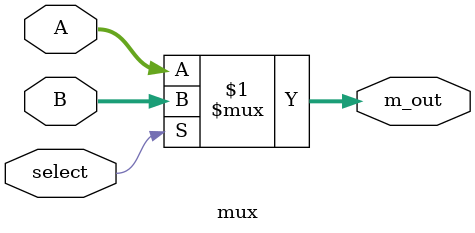
<source format=v>
module mux(m_out,A,B,select);  
output [31:0] m_out;  input [31:0] A,B;  input  select; 
 
 assign m_out = (select)? B:A; 


endmodule 

</source>
